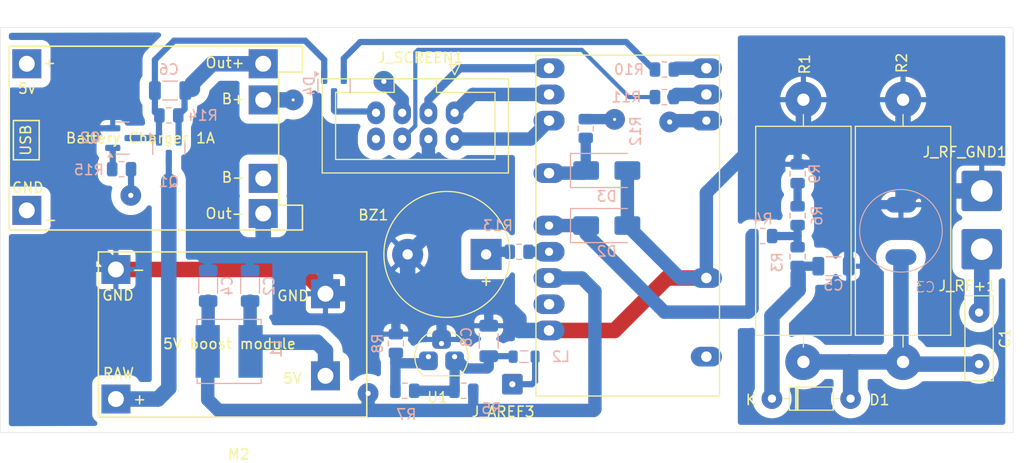
<source format=kicad_pcb>
(kicad_pcb (version 20240108) (generator "pcbnew") (generator_version "8.0")
  (title_block (rev "1"))
  (layers (0 "F.Cu" signal "Front") (1 "In1.Cu" signal) (2 "In2.Cu" signal) (31 "B.Cu" signal "Back") (34 "B.Paste" user) (35 "F.Paste" user) (36 "B.SilkS" user "B.Silkscreen") (37 "F.SilkS" user "F.Silkscreen") (38 "B.Mask" user) (39 "F.Mask" user) (44 "Edge.Cuts" user))
  (net 0 "")
  (net 1 "Net-(D1-A)")
  (net 2 "Net-(M2-V_OUT)")
  (net 3 "GND")
  (net 4 "VCC")
  (net 5 "Net-(D1-K)")
  (net 6 "4.775V")
  (net 7 "ADC")
  (net 8 "BUTTON2")
  (net 9 "clockPin")
  (net 11 "dataPin")
  (net 12 "BUTTON1")
  (net 13 "csPin")
  (net 14 "ARef")
  (net 15 "Net-(R3-Pad2)")
  (net 16 "Net-(R6-Pad1)")
  (net 17 "Net-(U1-REF)")
  (net 18 "Net-(R10-Pad1)")
  (net 19 "Net-(R11-Pad1)")
  (net 21 "Net-(J_RF+1-Pin_1)")
  (net 22 "BAT")
  (net 23 "Net-(D3-K)")
  (net 24 "Net-(M1-BAT-)")
  (net 25 "Net-(BZ1-+)")
  (net 26 "Net-(R13-Pad2)")
  (net 27 "Net-(Q1-G)")
  (net 28 "BAT_PWR")
  (net 29 "Net-(M2-RAW+)")
  (net 30 "PWR_EN")
  (net 31 "Net-(R15-Pad2)")
  (net 32 "BUTTON1_PIN")
  (footprint "Resistor_THT:R_Axial_DIN0922_L20.0mm_D9.0mm_P25.40mm_Horizontal" (layer "F.Cu") (at 184.018 140.52 90)
    (property "Reference" "R2" (at 28.956 -0.127 90) (layer "F.SilkS"))
    (property "Value" "100")
    (fp_line (start 22.82 -4.62) (end 2.58 -4.62) (stroke (width 0.12)) (layer "F.SilkS"))
    (fp_line (start 2.58 -4.62) (end 2.58 4.62) (stroke (width 0.12)) (layer "F.SilkS"))
    (fp_line (start 23.96 0) (end 22.82 0) (stroke (width 0.12)) (layer "F.SilkS"))
    (fp_line (start 1.44 0) (end 2.58 0) (stroke (width 0.12)) (layer "F.SilkS"))
    (fp_line (start 22.82 4.62) (end 22.82 -4.62) (stroke (width 0.12)) (layer "F.SilkS"))
    (fp_line (start 2.58 4.62) (end 22.82 4.62) (stroke (width 0.12)) (layer "F.SilkS"))
    (pad "1" thru_hole circle (at 0 0 90) (size 3.5 3.5) (drill 1.2) (layers "*.Cu" "*.Mask") (net 1 "Net-(D1-A)"))
    (pad "2" thru_hole circle (at 25.4 0 90) (size 3.5 3.5) (drill 1.2) (layers "*.Cu" "*.Mask") (net 3 "GND"))
  )
  (footprint "!my-kicad-library:TP4056-18650" (layer "F.Cu") (at 97.442 109.94)
    (property "Reference" "M1" (hide yes))
    (property "Value" "TP4056_MODULE")
    (fp_line (start 0 0) (end 26.3 0) (stroke (width 0.15)) (layer "F.SilkS"))
    (fp_line (start 0 17.8) (end 0 0) (stroke (width 0.15)) (layer "F.SilkS"))
    (fp_line (start 0.4 7.2) (end 2.9 7.2) (stroke (width 0.15)) (layer "F.SilkS"))
    (fp_line (start 0.4 11) (end 0.4 7.3) (stroke (width 0.15)) (layer "F.SilkS"))
    (fp_line (start 2.9 7.2) (end 2.9 11) (stroke (width 0.15)) (layer "F.SilkS"))
    (fp_line (start 2.9 11) (end 0.4 11) (stroke (width 0.15)) (layer "F.SilkS"))
    (fp_line (start 26.1 2.5) (end 26.1 15.4) (stroke (width 0.15)) (layer "F.SilkS"))
    (fp_line (start 26.1 15.4) (end 26.4 15.4) (stroke (width 0.15)) (layer "F.SilkS"))
    (fp_line (start 26.3 0) (end 28.4 0) (stroke (width 0.15)) (layer "F.SilkS"))
    (fp_line (start 26.3 15.4) (end 28.4 15.4) (stroke (width 0.15)) (layer "F.SilkS"))
    (fp_line (start 28.4 0) (end 28.4 2.5) (stroke (width 0.15)) (layer "F.SilkS"))
    (fp_line (start 28.4 2.5) (end 26.1 2.5) (stroke (width 0.15)) (layer "F.SilkS"))
    (fp_line (start 28.4 15.4) (end 28.4 15.7) (stroke (width 0.15)) (layer "F.SilkS"))
    (fp_line (start 28.4 15.7) (end 28.4 17.8) (stroke (width 0.15)) (layer "F.SilkS"))
    (fp_line (start 28.4 17.8) (end 0 17.8) (stroke (width 0.15)) (layer "F.SilkS"))
    (fp_text user "Out+" (at 20.9 1.6 0) (layer "F.SilkS"))
    (fp_text user "Out-" (at 20.9 16.2 0) (layer "F.SilkS"))
    (fp_text user "GND" (at 1.8 13.7 0) (layer "F.SilkS"))
    (fp_text user "5v" (at 1.7 4.1 0) (layer "F.SilkS"))
    (fp_text user "+" (at 3.9 1.6 0) (layer "F.SilkS"))
    (fp_text user "B-" (at 21.7 12.7 0) (layer "F.SilkS"))
    (fp_text user "USB" (at 1.6 9.1 90) (layer "F.SilkS"))
    (fp_text user "Battery Charger 1A" (at 12.7 8.9 0) (layer "F.SilkS"))
    (fp_text user "B+" (at 21.7 5.1 0) (layer "F.SilkS"))
    (fp_text user "-" (at 4 16.8 0) (layer "F.SilkS"))
    (pad "1" thru_hole rect (at 1.7 1.7) (size 2.8 2.8) (drill 1.54) (layers "*.Cu" "*.Mask"))
    (pad "2" thru_hole rect (at 1.7 15.9) (size 2.8 2.8) (drill 1.54) (layers "*.Cu" "*.Mask"))
    (pad "3" thru_hole rect (at 24.6 1.7) (size 2.8 2.8) (drill 1.54) (layers "*.Cu" "*.Mask") (net 28 "BAT_PWR"))
    (pad "4" thru_hole rect (at 24.6 16.2) (size 2.8 2.8) (drill 1.54) (layers "*.Cu" "*.Mask") (net 3 "GND"))
    (pad "5" thru_hole rect (at 24.6 5.2) (size 2.8 2.8) (drill 1.54) (layers "*.Cu" "*.Mask") (net 22 "BAT"))
    (pad "6" thru_hole rect (at 24.6 12.8) (size 2.8 2.8) (drill 1.54) (layers "*.Cu" "*.Mask") (net 24 "Net-(M1-BAT-)"))
  )
  (footprint "Connector_IDC:IDC-Header_2x04_P2.54mm_Vertical" (layer "F.Cu") (at 140.584 116.39 -90)
    (property "Reference" "J_SCREEN1" (at -5.334 3.302 0) (layer "F.SilkS"))
    (property "Value" "Salvaged FM transmitter screen")
    (fp_line (start -3.29 12.83) (end -3.29 -5.21) (stroke (width 0.12)) (layer "F.SilkS"))
    (fp_line (start 5.83 12.83) (end -3.29 12.83) (stroke (width 0.12)) (layer "F.SilkS"))
    (fp_line (start -1.98 11.53) (end -1.98 5.86) (stroke (width 0.12)) (layer "F.SilkS"))
    (fp_line (start 4.52 11.53) (end -1.98 11.53) (stroke (width 0.12)) (layer "F.SilkS"))
    (fp_line (start -1.98 5.86) (end -3.29 5.86) (stroke (width 0.12)) (layer "F.SilkS"))
    (fp_line (start -1.98 5.86) (end -1.98 5.86) (stroke (width 0.12)) (layer "F.SilkS"))
    (fp_line (start -3.29 1.76) (end -1.98 1.76) (stroke (width 0.12)) (layer "F.SilkS"))
    (fp_line (start -1.98 1.76) (end -1.98 -3.91) (stroke (width 0.12)) (layer "F.SilkS"))
    (fp_line (start -4.68 0.5) (end -3.68 0) (stroke (width 0.12)) (layer "F.SilkS"))
    (fp_line (start -3.68 0) (end -4.68 -0.5) (stroke (width 0.12)) (layer "F.SilkS"))
    (fp_line (start -4.68 -0.5) (end -4.68 0.5) (stroke (width 0.12)) (layer "F.SilkS"))
    (fp_line (start -1.98 -3.91) (end 4.52 -3.91) (stroke (width 0.12)) (layer "F.SilkS"))
    (fp_line (start 4.52 -3.91) (end 4.52 11.53) (stroke (width 0.12)) (layer "F.SilkS"))
    (fp_line (start -3.29 -5.21) (end 5.83 -5.21) (stroke (width 0.12)) (layer "F.SilkS"))
    (fp_line (start 5.83 -5.21) (end 5.83 12.83) (stroke (width 0.12)) (layer "F.SilkS"))
    (pad "1" thru_hole oval (at 0 0 270) (size 2.2 1.7) (drill 0.8) (layers "*.Cu" "*.Mask") (net 13 "csPin"))
    (pad "2" thru_hole oval (at 2.54 0 270) (size 2.2 1.7) (drill 0.8) (layers "*.Cu" "*.Mask") (net 9 "clockPin"))
    (pad "3" thru_hole oval (at 0 2.54 270) (size 2.2 1.7) (drill 0.8) (layers "*.Cu" "*.Mask") (net 11 "dataPin"))
    (pad "4" thru_hole oval (at 2.54 2.54 270) (size 2.2 1.7) (drill 0.8) (layers "*.Cu" "*.Mask") (net 3 "GND"))
    (pad "5" thru_hole oval (at 0 5.08 270) (size 2.2 1.7) (drill 0.8) (layers "*.Cu" "*.Mask") (net 4 "VCC"))
    (pad "6" thru_hole oval (at 2.54 5.08 270) (size 2.2 1.7) (drill 0.8) (layers "*.Cu" "*.Mask") (net 8 "BUTTON2"))
    (pad "7" thru_hole oval (at 0 7.62 270) (size 2.2 1.7) (drill 0.8) (layers "*.Cu" "*.Mask") (net 32 "BUTTON1_PIN"))
    (pad "8" thru_hole oval (at 2.54 7.62 270) (size 2.2 1.7) (drill 0.8) (layers "*.Cu" "*.Mask"))
  )
  (footprint "Package_TO_SOT_THT:TO-92L_HandSolder" (layer "F.Cu") (at 138.044 140.012)
    (property "Reference" "U1" (at 0.889 3.937 0) (layer "F.SilkS"))
    (property "Value" "LM431")
    (fp_line (start -0.53 1.85) (end 3.07 1.85) (stroke (width 0.12)) (layer "F.SilkS"))
    (fp_arc (start -0.541453 1.842156) (mid -1.247298 -0.581475) (end 0.45 -2.45) (stroke (width 0.12)) (layer "F.SilkS"))
    (fp_arc (start 2.05 -2.45) (mid 3.769931 -0.601036) (end 3.078445 1.827684) (stroke (width 0.12)) (layer "F.SilkS"))
    (pad "1" thru_hole roundrect (at 0 0) (size 1.8 1.8) (drill 0.5 (offset 0 0.4)) (layers "*.Cu" "*.Mask") (chamfer_ratio 0.2) (chamfer) (net 17 "Net-(U1-REF)"))
    (pad "2" thru_hole roundrect (at 1.27 -1.27) (size 1.8 1.8) (drill 0.5 (offset 0 -0.4)) (layers "*.Cu" "*.Mask") (chamfer_ratio 0.2) (chamfer) (net 3 "GND"))
    (pad "3" thru_hole roundrect (at 2.54 0) (size 1.8 1.8) (drill 0.5 (offset 0 0.4)) (layers "*.Cu" "*.Mask") (chamfer_ratio 0.2) (chamfer) (net 6 "4.775V"))
  )
  (footprint "Connector_Wire:SolderWire-0.25sqmm_1x01_D0.65mm_OD2mm" (layer "F.Cu") (at 146.172 142.679 -90)
    (property "Reference" "J_AREF3" (at 2.667 0.889 0) (layer "F.SilkS"))
    (property "Value" "Aref")
    (pad "1" thru_hole roundrect (at 0 0 270) (size 2 2) (drill 0.6) (layers "*.Cu" "*.Mask") (roundrect_rratio 0.125) (net 14 "ARef"))
  )
  (footprint "Buzzer_Beeper:Buzzer_12x9.5RM7.6" (layer "F.Cu") (at 143.632 130.106 180)
    (property "Reference" "BZ1" (at 10.922 3.81 0) (layer "F.SilkS"))
    (property "Value" "Buzzer")
    (fp_circle (center 3.8 0) (end 9.9 0) (stroke (width 0.12)) (fill none) (layer "F.SilkS"))
    (fp_text user "+" (at -0.01 -2.54 0) (layer "F.SilkS"))
    (pad "1" thru_hole rect (at 0 0 180) (size 3 3) (drill 1) (layers "*.Cu" "*.Mask") (net 25 "Net-(BZ1-+)"))
    (pad "2" thru_hole circle (at 7.6 0 180) (size 3 3) (drill 1) (layers "*.Cu" "*.Mask") (net 3 "GND"))
  )
  (footprint "Capacitor_THT:C_Disc_D8.0mm_W2.5mm_P5.00mm" (layer "F.Cu") (at 191.384 135.734 -90)
    (property "Reference" "C1" (at 2.5 -2.5 90) (layer "F.SilkS"))
    (property "Value" "47n / 100V")
    (fp_line (start -1.62 1.37) (end 6.62 1.37) (stroke (width 0.12)) (layer "F.SilkS"))
    (fp_line (start -1.62 -1.37) (end -1.62 1.37) (stroke (width 0.12)) (layer "F.SilkS"))
    (fp_line (start -1.62 -1.37) (end 6.62 -1.37) (stroke (width 0.12)) (layer "F.SilkS"))
    (fp_line (start 6.62 -1.37) (end 6.62 1.37) (stroke (width 0.12)) (layer "F.SilkS"))
    (pad "1" thru_hole circle (at 0 0 270) (size 2 2) (drill 0.8) (layers "*.Cu" "*.Mask") (net 21 "Net-(J_RF+1-Pin_1)"))
    (pad "2" thru_hole circle (at 5 0 270) (size 2 2) (drill 0.8) (layers "*.Cu" "*.Mask") (net 1 "Net-(D1-A)"))
  )
  (footprint "Connector_Wire:SolderWire-1.5sqmm_1x01_D1.7mm_OD3.9mm" (layer "F.Cu") (at 191.638 129.598)
    (property "Reference" "J_RF+1" (at -1.397 3.556 0) (layer "F.SilkS"))
    (property "Value" "RF_SIGNAL")
    (pad "1" thru_hole roundrect (at 0 0) (size 3.9 3.9) (drill 2.1) (layers "*.Cu" "*.Mask") (roundrect_rratio 0.064103) (net 21 "Net-(J_RF+1-Pin_1)"))
  )
  (footprint "Diode_THT:D_DO-35_SOD27_P7.62mm_Horizontal" (layer "F.Cu") (at 171.318 144.076)
    (property "Reference" "D1" (at 10.414 0.127 0) (layer "F.SilkS"))
    (property "Value" "1N5711")
    (fp_line (start 1.04 0) (end 1.69 0) (stroke (width 0.12)) (layer "F.SilkS"))
    (fp_line (start 1.69 -1.12) (end 1.69 1.12) (stroke (width 0.12)) (layer "F.SilkS"))
    (fp_line (start 1.69 1.12) (end 5.93 1.12) (stroke (width 0.12)) (layer "F.SilkS"))
    (fp_line (start 2.29 -1.12) (end 2.29 1.12) (stroke (width 0.12)) (layer "F.SilkS"))
    (fp_line (start 2.41 -1.12) (end 2.41 1.12) (stroke (width 0.12)) (layer "F.SilkS"))
    (fp_line (start 2.53 -1.12) (end 2.53 1.12) (stroke (width 0.12)) (layer "F.SilkS"))
    (fp_line (start 5.93 -1.12) (end 1.69 -1.12) (stroke (width 0.12)) (layer "F.SilkS"))
    (fp_line (start 5.93 1.12) (end 5.93 -1.12) (stroke (width 0.12)) (layer "F.SilkS"))
    (fp_line (start 6.58 0) (end 5.93 0) (stroke (width 0.12)) (layer "F.SilkS"))
    (fp_text user "K" (at -2.032 0.127 0) (layer "F.SilkS"))
    (pad "1" thru_hole circle (at 0 0) (size 2 2) (drill 0.8) (layers "*.Cu" "*.Mask") (net 5 "Net-(D1-K)"))
    (pad "2" thru_hole circle (at 7.62 0) (size 2 2) (drill 0.8) (layers "*.Cu" "*.Mask") (net 1 "Net-(D1-A)"))
  )
  (footprint "!my-kicad-library:boost-module" (layer "F.Cu") (at 106.074 129.866)
    (property "Reference" "M2" (at 13.6 19.6 0) (layer "F.SilkS"))
    (property "Value" "BOOST_MODULE")
    (fp_line (start 0 0) (end 0 16) (stroke (width 0.15)) (layer "F.SilkS"))
    (fp_line (start 0 0) (end 26 0) (stroke (width 0.15)) (layer "F.SilkS"))
    (fp_line (start 26 0) (end 26 16) (stroke (width 0.15)) (layer "F.SilkS"))
    (fp_line (start 26 16) (end 0 16) (stroke (width 0.15)) (layer "F.SilkS"))
    (fp_text user "+" (at 4 14.25 0) (layer "F.SilkS"))
    (fp_text user "5V boost module" (at 12.7 8.9 0) (layer "F.SilkS"))
    (fp_text user "-" (at 3.9 1.7 0) (layer "F.SilkS"))
    (fp_text user "5V" (at 18.8 12.25 0) (layer "F.SilkS"))
    (fp_text user "RAW" (at 1.95 11.75 0) (layer "F.SilkS"))
    (fp_text user "GND" (at 18.85 4.25 0) (layer "F.SilkS"))
    (fp_text user "GND" (at 1.9 4.2 0) (layer "F.SilkS"))
    (pad "1" thru_hole rect (at 1.7 1.7) (size 2.8 2.8) (drill 1.54) (layers "*.Cu" "*.Mask") (net 3 "GND"))
    (pad "2" thru_hole rect (at 1.7 14.25) (size 2.8 2.8) (drill 1.54) (layers "*.Cu" "*.Mask") (net 29 "Net-(M2-RAW+)"))
    (pad "3" thru_hole rect (at 22 12) (size 2.8 2.8) (drill 1.54) (layers "*.Cu" "*.Mask") (net 2 "Net-(M2-V_OUT)"))
    (pad "4" thru_hole rect (at 22 4.05) (size 2.8 2.8) (drill 1.54) (layers "*.Cu" "*.Mask") (net 3 "GND"))
  )
  (footprint "Resistor_THT:R_Axial_DIN0922_L20.0mm_D9.0mm_P25.40mm_Horizontal" (layer "F.Cu") (at 174.366 140.52 90)
    (property "Reference" "R1" (at 28.829 0.127 90) (layer "F.SilkS"))
    (property "Value" "100")
    (fp_line (start 22.82 -4.62) (end 2.58 -4.62) (stroke (width 0.12)) (layer "F.SilkS"))
    (fp_line (start 2.58 -4.62) (end 2.58 4.62) (stroke (width 0.12)) (layer "F.SilkS"))
    (fp_line (start 23.96 0) (end 22.82 0) (stroke (width 0.12)) (layer "F.SilkS"))
    (fp_line (start 1.44 0) (end 2.58 0) (stroke (width 0.12)) (layer "F.SilkS"))
    (fp_line (start 22.82 4.62) (end 22.82 -4.62) (stroke (width 0.12)) (layer "F.SilkS"))
    (fp_line (start 2.58 4.62) (end 22.82 4.62) (stroke (width 0.12)) (layer "F.SilkS"))
    (pad "1" thru_hole circle (at 0 0 90) (size 3.5 3.5) (drill 1.2) (layers "*.Cu" "*.Mask") (net 1 "Net-(D1-A)"))
    (pad "2" thru_hole circle (at 25.4 0 90) (size 3.5 3.5) (drill 1.2) (layers "*.Cu" "*.Mask") (net 3 "GND"))
  )
  (footprint "Connector_Wire:SolderWire-1.5sqmm_1x01_D1.7mm_OD3.9mm" (layer "F.Cu") (at 191.638 123.9592)
    (property "Reference" "J_RF_GND1" (at -1.651 -3.7592 0) (layer "F.SilkS"))
    (property "Value" "RF_-")
    (pad "1" thru_hole roundrect (at 0 0) (size 3.9 3.9) (drill 2.1) (layers "*.Cu" "*.Mask") (roundrect_rratio 0.064103) (net 3 "GND"))
  )
  (footprint "!my-kicad-library:ARDUINO_PRO_MINI_NO_A5" (layer "F.Cu") (at 157.348 127.312 180)
    (property "Reference" "U2" (hide yes))
    (property "Value" "Arduino_pro_mini")
    (fp_line (start 8.89 16.51) (end 8.89 -16.51) (stroke (width 0.127)) (layer "F.SilkS"))
    (fp_line (start 8.89 -16.51) (end -8.89 -16.51) (stroke (width 0.127)) (layer "F.SilkS"))
    (fp_line (start -8.89 16.51) (end 8.89 16.51) (stroke (width 0.127)) (layer "F.SilkS"))
    (fp_line (start -8.89 -16.51) (end -8.89 16.51) (stroke (width 0.127)) (layer "F.SilkS"))
    (pad "7" thru_hole oval (at -7.62 10.16 180) (size 3 1.9) (drill 0.8) (layers "*.Cu" "*.Mask") (net 31 "Net-(R15-Pad2)"))
    (pad "8" thru_hole oval (at -7.62 12.7 180) (size 3 1.9) (drill 1.016) (layers "*.Cu" "*.Mask") (net 19 "Net-(R11-Pad1)"))
    (pad "9" thru_hole oval (at -7.62 15.24 180) (size 3 1.9) (drill 1.016) (layers "*.Cu" "*.Mask") (net 18 "Net-(R10-Pad1)"))
    (pad "10" thru_hole oval (at 7.62 15.24 180) (size 3 1.9) (drill 1.016) (layers "*.Cu" "*.Mask") (net 11 "dataPin"))
    (pad "11" thru_hole oval (at 7.62 12.7 180) (size 3 1.9) (drill 1.016) (layers "*.Cu" "*.Mask") (net 13 "csPin"))
    (pad "12" thru_hole oval (at 7.62 10.16 180) (size 3 1.9) (drill 1.016) (layers "*.Cu" "*.Mask") (net 9 "clockPin"))
    (pad "A0" thru_hole oval (at 7.62 5.08 180) (size 3 1.9) (drill 1.016) (layers "*.Cu" "*.Mask") (net 23 "Net-(D3-K)"))
    (pad "A2" thru_hole oval (at 7.62 0 180) (size 3 1.9) (drill 0.8) (layers "*.Cu" "*.Mask") (net 7 "ADC"))
    (pad "A3" thru_hole oval (at 7.62 -2.54 180) (size 3 1.9) (drill 0.8) (layers "*.Cu" "*.Mask") (net 26 "Net-(R13-Pad2)"))
    (pad "GND" thru_hole oval (at -7.62 -5.08 180) (size 3 1.9) (drill 1.016) (layers "*.Cu" "*.Mask") (net 3 "GND"))
    (pad "GND" thru_hole oval (at 7.62 -10.16 180) (size 3 1.9) (drill 1.016) (layers "*.Cu" "*.Mask") (net 3 "GND"))
    (pad "RST" thru_hole oval (at 7.62 -7.62 180) (size 3 1.9) (drill 1.016) (layers "*.Cu" "*.Mask"))
    (pad "TXO" thru_hole oval (at -7.62 -12.7 180) (size 3 1.9) (drill 1.016) (layers "*.Cu" "*.Mask"))
    (pad "VCC" thru_hole oval (at 7.62 -5.08 180) (size 3 1.9) (drill 1.016) (layers "*.Cu" "*.Mask") (net 4 "VCC"))
  )
  (footprint "Resistor_SMD:R_0805_2012Metric" (layer "B.Cu") (at 160.904 114.866 180)
    (property "Reference" "R11" (at 3.683 0 0) (layer "B.SilkS") (effects (justify mirror)))
    (property "Value" "10k")
    (fp_line (start 0.227064 0.735) (end -0.227064 0.735) (stroke (width 0.12)) (layer "B.SilkS"))
    (fp_line (start 0.227064 -0.735) (end -0.227064 -0.735) (stroke (width 0.12)) (layer "B.SilkS"))
    (pad "1" smd roundrect (at -0.9125 0 180) (size 1.025 1.4) (layers "B.Cu" "B.Paste" "B.Mask") (roundrect_rratio 0.243902) (net 19 "Net-(R11-Pad1)"))
    (pad "2" smd roundrect (at 0.9125 0 180) (size 1.025 1.4) (layers "B.Cu" "B.Paste" "B.Mask") (roundrect_rratio 0.243902) (net 8 "BUTTON2"))
  )
  (footprint "Resistor_SMD:R_0805_2012Metric" (layer "B.Cu") (at 173.8045 130.3145 90)
    (property "Reference" "R3" (at -0.5535 -1.9785 90) (layer "B.SilkS") (effects (justify mirror)))
    (property "Value" "11k")
    (fp_line (start 0.227064 -0.735) (end -0.227064 -0.735) (stroke (width 0.12)) (layer "B.SilkS"))
    (fp_line (start 0.227064 0.735) (end -0.227064 0.735) (stroke (width 0.12)) (layer "B.SilkS"))
    (pad "1" smd roundrect (at -0.9125 0 90) (size 1.025 1.4) (layers "B.Cu" "B.Paste" "B.Mask") (roundrect_rratio 0.243902) (net 5 "Net-(D1-K)"))
    (pad "2" smd roundrect (at 0.9125 0 90) (size 1.025 1.4) (layers "B.Cu" "B.Paste" "B.Mask") (roundrect_rratio 0.243902) (net 15 "Net-(R3-Pad2)"))
  )
  (footprint "Capacitor_SMD:C_1206_3216Metric" (layer "B.Cu") (at 113.025 114.231)
    (property "Reference" "C6" (at -0.127 -2.032 0) (layer "B.SilkS") (effects (justify mirror)))
    (property "Value" "100n")
    (fp_line (start 0.711252 -0.91) (end -0.711252 -0.91) (stroke (width 0.12)) (layer "B.SilkS"))
    (fp_line (start 0.711252 0.91) (end -0.711252 0.91) (stroke (width 0.12)) (layer "B.SilkS"))
    (pad "1" smd roundrect (at -1.475 0) (size 1.15 1.8) (layers "B.Cu" "B.Paste" "B.Mask") (roundrect_rratio 0.217391) (net 27 "Net-(Q1-G)"))
    (pad "2" smd roundrect (at 1.475 0) (size 1.15 1.8) (layers "B.Cu" "B.Paste" "B.Mask") (roundrect_rratio 0.217391) (net 28 "BAT_PWR"))
  )
  (footprint "Capacitor_SMD:C_1206_3216Metric" (layer "B.Cu") (at 116.708 133.154 90)
    (property "Reference" "C4" (at 0 1.85 90) (layer "B.SilkS") (effects (justify mirror)))
    (property "Value" "100u / 6.3V")
    (fp_line (start 0.711252 -0.91) (end -0.711252 -0.91) (stroke (width 0.12)) (layer "B.SilkS"))
    (fp_line (start 0.711252 0.91) (end -0.711252 0.91) (stroke (width 0.12)) (layer "B.SilkS"))
    (pad "1" smd roundrect (at -1.475 0 90) (size 1.15 1.8) (layers "B.Cu" "B.Paste" "B.Mask") (roundrect_rratio 0.217391) (net 4 "VCC"))
    (pad "2" smd roundrect (at 1.475 0 90) (size 1.15 1.8) (layers "B.Cu" "B.Paste" "B.Mask") (roundrect_rratio 0.217391) (net 3 "GND"))
  )
  (footprint "Resistor_SMD:R_0805_2012Metric" (layer "B.Cu") (at 108.326 121.851)
    (property "Reference" "R15" (at -3.17 0.069 0) (layer "B.SilkS") (effects (justify mirror)))
    (property "Value" "10k")
    (fp_line (start 0.227064 -0.735) (end -0.227064 -0.735) (stroke (width 0.12)) (layer "B.SilkS"))
    (fp_line (start 0.227064 0.735) (end -0.227064 0.735) (stroke (width 0.12)) (layer "B.SilkS"))
    (pad "1" smd roundrect (at -0.9125 0) (size 1.025 1.4) (layers "B.Cu" "B.Paste" "B.Mask") (roundrect_rratio 0.243902) (net 30 "PWR_EN"))
    (pad "2" smd roundrect (at 0.9125 0) (size 1.025 1.4) (layers "B.Cu" "B.Paste" "B.Mask") (roundrect_rratio 0.243902) (net 31 "Net-(R15-Pad2)"))
  )
  (footprint "Capacitor_SMD:C_1206_3216Metric" (layer "B.Cu") (at 143.886 138.488 90)
    (property "Reference" "C8" (at 0.381 -2.159 90) (layer "B.SilkS") (effects (justify mirror)))
    (property "Value" "1n")
    (fp_line (start 0.711252 -0.91) (end -0.711252 -0.91) (stroke (width 0.12)) (layer "B.SilkS"))
    (fp_line (start 0.711252 0.91) (end -0.711252 0.91) (stroke (width 0.12)) (layer "B.SilkS"))
    (pad "1" smd roundrect (at -1.475 0 90) (size 1.15 1.8) (layers "B.Cu" "B.Paste" "B.Mask") (roundrect_rratio 0.217391) (net 6 "4.775V"))
    (pad "2" smd roundrect (at 1.475 0 90) (size 1.15 1.8) (layers "B.Cu" "B.Paste" "B.Mask") (roundrect_rratio 0.217391) (net 3 "GND"))
  )
  (footprint "!my-kicad-library:trimmer-capacitor-JML06" (layer "B.Cu") (at 183.814 127.37 90)
    (property "Reference" "C3" (at -5.911 2.363 0) (layer "B.SilkS") (effects (font (thickness 0.1)) (justify mirror)))
    (property "Value" "50p")
    (fp_circle (center -0.45 0) (end 3.55 0) (stroke (width 0.1)) (fill none) (layer "B.SilkS"))
    (pad "1" smd oval (at -3 0 90) (size 1.524 3) (layers "B.Cu" "B.Paste" "B.Mask") (net 1 "Net-(D1-A)"))
    (pad "2" smd oval (at 2.08 0 90) (size 1.524 3) (layers "B.Cu" "B.Paste" "B.Mask") (net 3 "GND"))
  )
  (footprint "Resistor_SMD:R_0805_2012Metric" (layer "B.Cu") (at 160.904 112.199 180)
    (property "Reference" "R10" (at 3.429 0 0) (layer "B.SilkS") (effects (justify mirror)))
    (property "Value" "10k")
    (fp_line (start 0.227064 0.735) (end -0.227064 0.735) (stroke (width 0.12)) (layer "B.SilkS"))
    (fp_line (start 0.227064 -0.735) (end -0.227064 -0.735) (stroke (width 0.12)) (layer "B.SilkS"))
    (pad "1" smd roundrect (at -0.9125 0 180) (size 1.025 1.4) (layers "B.Cu" "B.Paste" "B.Mask") (roundrect_rratio 0.243902) (net 18 "Net-(R10-Pad1)"))
    (pad "2" smd roundrect (at 0.9125 0 180) (size 1.025 1.4) (layers "B.Cu" "B.Paste" "B.Mask") (roundrect_rratio 0.243902) (net 12 "BUTTON1"))
  )
  (footprint "Diode_SMD:D_SMA" (layer "B.Cu") (at 155.316 127.312)
    (property "Reference" "D2" (at 0 2.5 0) (layer "B.SilkS") (effects (justify mirror)))
    (property "Value" "SMAJ5.0A")
    (fp_line (start -3.51 -1.65) (end -3.51 1.65) (stroke (width 0.12)) (layer "B.SilkS"))
    (fp_line (start 2 -1.65) (end -3.51 -1.65) (stroke (width 0.12)) (layer "B.SilkS"))
    (fp_line (start 2 1.65) (end -3.51 1.65) (stroke (width 0.12)) (layer "B.SilkS"))
    (pad "1" smd roundrect (at -2 0) (size 2.5 1.8) (layers "B.Cu" "B.Paste" "B.Mask") (roundrect_rratio 0.1388888889) (net 7 "ADC"))
    (pad "2" smd roundrect (at 2 0) (size 2.5 1.8) (layers "B.Cu" "B.Paste" "B.Mask") (roundrect_rratio 0.1388888889) (net 3 "GND"))
  )
  (footprint "Package_TO_SOT_SMD:SOT-23" (layer "B.Cu") (at 112.898 119.7705 -90)
    (property "Reference" "Q1" (at 3.2925 -0.005 0) (layer "B.SilkS") (effects (justify mirror)))
    (property "Value" "AO3407")
    (fp_line (start -0.65 1.56) (end 0 1.56) (stroke (width 0.12)) (layer "B.SilkS"))
    (fp_line (start 0.65 1.56) (end 0 1.56) (stroke (width 0.12)) (layer "B.SilkS"))
    (fp_line (start -0.65 -1.56) (end 0 -1.56) (stroke (width 0.12)) (layer "B.SilkS"))
    (fp_line (start 0.65 -1.56) (end 0 -1.56) (stroke (width 0.12)) (layer "B.SilkS"))
    (fp_poly (pts (xy -1.1625 1.51) (xy -1.4025 1.84) (xy -0.9225 1.84) (xy -1.1625 1.51)) (stroke (width 0.12)) (fill solid) (layer "B.SilkS"))
    (pad "1" smd roundrect (at -0.9375 0.95 270) (size 1.475 0.6) (layers "B.Cu" "B.Paste" "B.Mask") (net 27 "Net-(Q1-G)"))
    (pad "2" smd roundrect (at -0.9375 -0.95 270) (size 1.475 0.6) (layers "B.Cu" "B.Paste" "B.Mask") (net 28 "BAT_PWR"))
    (pad "3" smd roundrect (at 0.9375 0 270) (size 1.475 0.6) (layers "B.Cu" "B.Paste" "B.Mask") (net 29 "Net-(M2-RAW+)"))
  )
  (footprint "Resistor_SMD:R_0805_2012Metric" (layer "B.Cu") (at 112.898 116.644)
    (property "Reference" "R14" (at 3.302 0 0) (layer "B.SilkS") (effects (justify mirror)))
    (property "Value" "100k")
    (fp_line (start 0.227064 -0.735) (end -0.227064 -0.735) (stroke (width 0.12)) (layer "B.SilkS"))
    (fp_line (start 0.227064 0.735) (end -0.227064 0.735) (stroke (width 0.12)) (layer "B.SilkS"))
    (pad "1" smd roundrect (at -0.9125 0) (size 1.025 1.4) (layers "B.Cu" "B.Paste" "B.Mask") (roundrect_rratio 0.243902) (net 27 "Net-(Q1-G)"))
    (pad "2" smd roundrect (at 0.9125 0) (size 1.025 1.4) (layers "B.Cu" "B.Paste" "B.Mask") (roundrect_rratio 0.243902) (net 28 "BAT_PWR"))
  )
  (footprint "Resistor_SMD:R_0805_2012Metric" (layer "B.Cu") (at 173.8045 126.354 -90)
    (property "Reference" "R6" (at 0 -1.8815 90) (layer "B.SilkS") (effects (justify mirror)))
    (property "Value" "1.5k")
    (fp_line (start 0.227064 0.735) (end -0.227064 0.735) (stroke (width 0.12)) (layer "B.SilkS"))
    (fp_line (start 0.227064 -0.735) (end -0.227064 -0.735) (stroke (width 0.12)) (layer "B.SilkS"))
    (pad "1" smd roundrect (at -0.9125 0 270) (size 1.025 1.4) (layers "B.Cu" "B.Paste" "B.Mask") (roundrect_rratio 0.243902) (net 16 "Net-(R6-Pad1)"))
    (pad "2" smd roundrect (at 0.9125 0 270) (size 1.025 1.4) (layers "B.Cu" "B.Paste" "B.Mask") (roundrect_rratio 0.243902) (net 15 "Net-(R3-Pad2)"))
  )
  (footprint "Resistor_SMD:R_0805_2012Metric" (layer "B.Cu") (at 146.8305 129.852)
    (property "Reference" "R13" (at -2.0555 -2.54 0) (layer "B.SilkS") (effects (justify mirror)))
    (property "Value" "100")
    (fp_line (start 0.227064 -0.735) (end -0.227064 -0.735) (stroke (width 0.12)) (layer "B.SilkS"))
    (fp_line (start 0.227064 0.735) (end -0.227064 0.735) (stroke (width 0.12)) (layer "B.SilkS"))
    (pad "1" smd roundrect (at -0.9125 0) (size 1.025 1.4) (layers "B.Cu" "B.Paste" "B.Mask") (roundrect_rratio 0.243902) (net 25 "Net-(BZ1-+)"))
    (pad "2" smd roundrect (at 0.9125 0) (size 1.025 1.4) (layers "B.Cu" "B.Paste" "B.Mask") (roundrect_rratio 0.243902) (net 26 "Net-(R13-Pad2)"))
  )
  (footprint "Capacitor_SMD:C_1206_3216Metric" (layer "B.Cu") (at 177.287 131.249)
    (property "Reference" "C5" (at 0 1.85 0) (layer "B.SilkS") (effects (justify mirror)))
    (property "Value" "10n")
    (fp_line (start 0.711252 -0.91) (end -0.711252 -0.91) (stroke (width 0.12)) (layer "B.SilkS"))
    (fp_line (start 0.711252 0.91) (end -0.711252 0.91) (stroke (width 0.12)) (layer "B.SilkS"))
    (pad "1" smd roundrect (at -1.475 0) (size 1.15 1.8) (layers "B.Cu" "B.Paste" "B.Mask") (roundrect_rratio 0.217391) (net 5 "Net-(D1-K)"))
    (pad "2" smd roundrect (at 1.475 0) (size 1.15 1.8) (layers "B.Cu" "B.Paste" "B.Mask") (roundrect_rratio 0.217391) (net 3 "GND"))
  )
  (footprint "Package_TO_SOT_SMD:SOT-23" (layer "B.Cu") (at 108.4045 118.839338)
    (property "Reference" "Q2" (at -3.1265 -0.036338 0) (layer "B.SilkS") (effects (justify mirror)))
    (property "Value" "2N3904")
    (fp_line (start -0.65 -1.56) (end 0 -1.56) (stroke (width 0.12)) (layer "B.SilkS"))
    (fp_line (start -0.65 1.56) (end 0 1.56) (stroke (width 0.12)) (layer "B.SilkS"))
    (fp_line (start 0.65 -1.56) (end 0 -1.56) (stroke (width 0.12)) (layer "B.SilkS"))
    (fp_line (start 0.65 1.56) (end 0 1.56) (stroke (width 0.12)) (layer "B.SilkS"))
    (fp_poly (pts (xy -1.1625 1.51) (xy -1.4025 1.84) (xy -0.9225 1.84) (xy -1.1625 1.51)) (stroke (width 0.12)) (fill solid) (layer "B.SilkS"))
    (pad "1" smd roundrect (at -0.9375 0.95) (size 1.475 0.6) (layers "B.Cu" "B.Paste" "B.Mask") (net 30 "PWR_EN"))
    (pad "2" smd roundrect (at -0.9375 -0.95) (size 1.475 0.6) (layers "B.Cu" "B.Paste" "B.Mask") (net 3 "GND"))
    (pad "3" smd roundrect (at 0.9375 0) (size 1.475 0.6) (layers "B.Cu" "B.Paste" "B.Mask") (net 27 "Net-(Q1-G)"))
  )
  (footprint "Resistor_SMD:R_0805_2012Metric" (layer "B.Cu") (at 153.284 117.914 -90)
    (property "Reference" "R12" (at 0.254 -4.826 90) (layer "B.SilkS") (effects (justify mirror)))
    (property "Value" "10k")
    (fp_line (start 0.227064 0.735) (end -0.227064 0.735) (stroke (width 0.12)) (layer "B.SilkS"))
    (fp_line (start 0.227064 -0.735) (end -0.227064 -0.735) (stroke (width 0.12)) (layer "B.SilkS"))
    (pad "1" smd roundrect (at -0.9125 0 270) (size 1.025 1.4) (layers "B.Cu" "B.Paste" "B.Mask") (roundrect_rratio 0.243902) (net 22 "BAT"))
    (pad "2" smd roundrect (at 0.9125 0 270) (size 1.025 1.4) (layers "B.Cu" "B.Paste" "B.Mask") (roundrect_rratio 0.243902) (net 23 "Net-(D3-K)"))
  )
  (footprint "Package_TO_SOT_SMD:SOT-23" (layer "B.Cu") (at 128.9 113.8015 -90)
    (property "Reference" "D4" (at 0 2.4 90) (layer "B.SilkS") (effects (justify mirror)))
    (property "Value" "BAT54C")
    (fp_line (start -0.65 1.56) (end 0 1.56) (stroke (width 0.12)) (layer "B.SilkS"))
    (fp_line (start 0.65 1.56) (end 0 1.56) (stroke (width 0.12)) (layer "B.SilkS"))
    (fp_line (start -0.65 -1.56) (end 0 -1.56) (stroke (width 0.12)) (layer "B.SilkS"))
    (fp_line (start 0.65 -1.56) (end 0 -1.56) (stroke (width 0.12)) (layer "B.SilkS"))
    (fp_poly (pts (xy -1.1625 1.51) (xy -1.4025 1.84) (xy -0.9225 1.84) (xy -1.1625 1.51)) (stroke (width 0.12)) (fill solid) (layer "B.SilkS"))
    (pad "1" smd roundrect (at -0.9375 0.95 270) (size 1.475 0.6) (layers "B.Cu" "B.Paste" "B.Mask") (net 27 "Net-(Q1-G)"))
    (pad "2" smd roundrect (at -0.9375 -0.95 270) (size 1.475 0.6) (layers "B.Cu" "B.Paste" "B.Mask") (net 12 "BUTTON1"))
    (pad "3" smd roundrect (at 0.9375 0 270) (size 1.475 0.6) (layers "B.Cu" "B.Paste" "B.Mask") (net 32 "BUTTON1_PIN"))
  )
  (footprint "Inductor_SMD:L_0805_2012Metric" (layer "B.Cu") (at 147.315 140.012)
    (property "Reference" "L2" (at 3.556 0 0) (layer "B.SilkS") (effects (justify mirror)))
    (property "Value" "10u")
    (fp_line (start 0.399622 -0.56) (end -0.399622 -0.56) (stroke (width 0.12)) (layer "B.SilkS"))
    (fp_line (start 0.399622 0.56) (end -0.399622 0.56) (stroke (width 0.12)) (layer "B.SilkS"))
    (pad "1" smd roundrect (at -1.0625 0) (size 0.875 1.2) (layers "B.Cu" "B.Paste" "B.Mask") (net 6 "4.775V"))
    (pad "2" smd roundrect (at 1.0625 0) (size 0.875 1.2) (layers "B.Cu" "B.Paste" "B.Mask") (net 14 "ARef"))
  )
  (footprint "Resistor_SMD:R_0805_2012Metric" (layer "B.Cu") (at 173.8045 122.29 90)
    (property "Reference" "R9" (at 0 1.65 90) (layer "B.SilkS") (effects (justify mirror)))
    (property "Value" "1k")
    (fp_line (start 0.227064 -0.735) (end -0.227064 -0.735) (stroke (width 0.12)) (layer "B.SilkS"))
    (fp_line (start 0.227064 0.735) (end -0.227064 0.735) (stroke (width 0.12)) (layer "B.SilkS"))
    (pad "1" smd roundrect (at -0.9125 0 90) (size 1.025 1.4) (layers "B.Cu" "B.Paste" "B.Mask") (roundrect_rratio 0.243902) (net 16 "Net-(R6-Pad1)"))
    (pad "2" smd roundrect (at 0.9125 0 90) (size 1.025 1.4) (layers "B.Cu" "B.Paste" "B.Mask") (roundrect_rratio 0.243902) (net 3 "GND"))
  )
  (footprint "Capacitor_SMD:C_1206_3216Metric" (layer "B.Cu") (at 120.772 133.154 90)
    (property "Reference" "C2" (at 0 1.85 90) (layer "B.SilkS") (effects (justify mirror)))
    (property "Value" "100u / 6.3V")
    (fp_line (start 0.711252 -0.91) (end -0.711252 -0.91) (stroke (width 0.12)) (layer "B.SilkS"))
    (fp_line (start 0.711252 0.91) (end -0.711252 0.91) (stroke (width 0.12)) (layer "B.SilkS"))
    (pad "1" smd roundrect (at -1.475 0 90) (size 1.15 1.8) (layers "B.Cu" "B.Paste" "B.Mask") (roundrect_rratio 0.217391) (net 2 "Net-(M2-V_OUT)"))
    (pad "2" smd roundrect (at 1.475 0 90) (size 1.15 1.8) (layers "B.Cu" "B.Paste" "B.Mask") (roundrect_rratio 0.217391) (net 3 "GND"))
  )
  (footprint "Inductor_SMD:L_Bourns_SRN6045TA" (layer "B.Cu") (at 118.74 139.504 180)
    (property "Reference" "L1" (at -4.572 0.254 90) (layer "B.SilkS") (effects (justify mirror)))
    (property "Value" "250u")
    (fp_line (start 3.1 3.1) (end -3.1 3.1) (stroke (width 0.12)) (layer "B.SilkS"))
    (fp_line (start 3.1 2.65) (end 3.1 3.1) (stroke (width 0.12)) (layer "B.SilkS"))
    (fp_line (start 3.1 -2.65) (end 3.1 -3.1) (stroke (width 0.12)) (layer "B.SilkS"))
    (fp_line (start -3.1 2.65) (end -3.1 3.1) (stroke (width 0.12)) (layer "B.SilkS"))
    (fp_line (start -3.1 -2.65) (end -3.1 -3.1) (stroke (width 0.12)) (layer "B.SilkS"))
    (fp_line (start -3.1 -3.1) (end 3.1 -3.1) (stroke (width 0.12)) (layer "B.SilkS"))
    (pad "1" smd rect (at -2.075 0 180) (size 2.35 5.1) (layers "B.Cu" "B.Paste" "B.Mask") (net 2 "Net-(M2-V_OUT)"))
    (pad "2" smd rect (at 2.075 0 180) (size 2.35 5.1) (layers "B.Cu" "B.Paste" "B.Mask") (net 4 "VCC"))
  )
  (footprint "Diode_SMD:D_SMA" (layer "B.Cu") (at 155.316 121.978)
    (property "Reference" "D3" (at 0 2.5 0) (layer "B.SilkS") (effects (justify mirror)))
    (property "Value" "SMAJ5.0A")
    (fp_line (start -3.51 -1.65) (end -3.51 1.65) (stroke (width 0.12)) (layer "B.SilkS"))
    (fp_line (start 2 -1.65) (end -3.51 -1.65) (stroke (width 0.12)) (layer "B.SilkS"))
    (fp_line (start 2 1.65) (end -3.51 1.65) (stroke (width 0.12)) (layer "B.SilkS"))
    (pad "1" smd roundrect (at -2 0) (size 2.5 1.8) (layers "B.Cu" "B.Paste" "B.Mask") (roundrect_rratio 0.1388888889) (net 23 "Net-(D3-K)"))
    (pad "2" smd roundrect (at 2 0) (size 2.5 1.8) (layers "B.Cu" "B.Paste" "B.Mask") (roundrect_rratio 0.1388888889) (net 3 "GND"))
  )
  (footprint "Resistor_SMD:R_0805_2012Metric" (layer "B.Cu") (at 170.429 128.328 180)
    (property "Reference" "R4" (at 0 1.65 0) (layer "B.SilkS") (effects (justify mirror)))
    (property "Value" "10k")
    (fp_line (start 0.227064 0.735) (end -0.227064 0.735) (stroke (width 0.12)) (layer "B.SilkS"))
    (fp_line (start 0.227064 -0.735) (end -0.227064 -0.735) (stroke (width 0.12)) (layer "B.SilkS"))
    (pad "1" smd roundrect (at -0.9125 0 180) (size 1.025 1.4) (layers "B.Cu" "B.Paste" "B.Mask") (roundrect_rratio 0.243902) (net 15 "Net-(R3-Pad2)"))
    (pad "2" smd roundrect (at 0.9125 0 180) (size 1.025 1.4) (layers "B.Cu" "B.Paste" "B.Mask") (roundrect_rratio 0.243902) (net 7 "ADC"))
  )
  (footprint "Resistor_SMD:R_0805_2012Metric" (layer "B.Cu") (at 134.8925 138.742 90)
    (property "Reference" "R8" (at 0 -1.778 90) (layer "B.SilkS") (effects (justify mirror)))
    (property "Value" "10k")
    (fp_line (start 0.227064 -0.735) (end -0.227064 -0.735) (stroke (width 0.12)) (layer "B.SilkS"))
    (fp_line (start 0.227064 0.735) (end -0.227064 0.735) (stroke (width 0.12)) (layer "B.SilkS"))
    (pad "1" smd roundrect (at -0.9125 0 90) (size 1.025 1.4) (layers "B.Cu" "B.Paste" "B.Mask") (roundrect_rratio 0.243902) (net 17 "Net-(U1-REF)"))
    (pad "2" smd roundrect (at 0.9125 0 90) (size 1.025 1.4) (layers "B.Cu" "B.Paste" "B.Mask") (roundrect_rratio 0.243902) (net 3 "GND"))
  )
  (footprint "Resistor_SMD:R_0805_2012Metric" (layer "B.Cu") (at 135.758 143.314 180)
    (property "Reference" "R7" (at -0.1505 -2.286 0) (layer "B.SilkS") (effects (justify mirror)))
    (property "Value" "9.1k")
    (fp_line (start 0.227064 0.735) (end -0.227064 0.735) (stroke (width 0.12)) (layer "B.SilkS"))
    (fp_line (start 0.227064 -0.735) (end -0.227064 -0.735) (stroke (width 0.12)) (layer "B.SilkS"))
    (pad "1" smd roundrect (at -0.9125 0 180) (size 1.025 1.4) (layers "B.Cu" "B.Paste" "B.Mask") (roundrect_rratio 0.243902) (net 6 "4.775V"))
    (pad "2" smd roundrect (at 0.9125 0 180) (size 1.025 1.4) (layers "B.Cu" "B.Paste" "B.Mask") (roundrect_rratio 0.243902) (net 17 "Net-(U1-REF)"))
  )
  (footprint "Resistor_SMD:R_0805_2012Metric" (layer "B.Cu") (at 141.473 143.314)
    (property "Reference" "R5" (at 2.672 1.72 0) (layer "B.SilkS") (effects (justify mirror)))
    (property "Value" "100")
    (fp_line (start 0.227064 -0.735) (end -0.227064 -0.735) (stroke (width 0.12)) (layer "B.SilkS"))
    (fp_line (start 0.227064 0.735) (end -0.227064 0.735) (stroke (width 0.12)) (layer "B.SilkS"))
    (pad "1" smd roundrect (at -0.9125 0) (size 1.025 1.4) (layers "B.Cu" "B.Paste" "B.Mask") (roundrect_rratio 0.243902) (net 6 "4.775V"))
    (pad "2" smd roundrect (at 0.9125 0) (size 1.025 1.4) (layers "B.Cu" "B.Paste" "B.Mask") (roundrect_rratio 0.243902) (net 4 "VCC"))
  )
  (gr_rect (start 96.566 108.135) (end 194.686 147.378) (stroke (width 0.0381)) (fill none) (layer "Edge.Cuts"))
  (segment (start 178.811 140.52) (end 184.018 140.52) (width 1.5) (layer "B.Cu") (net 1))
  (segment (start 178.938 144.076) (end 178.938 140.647) (width 1.5) (layer "B.Cu") (net 1))
  (segment (start 174.366 140.52) (end 178.811 140.52) (width 1.5) (layer "B.Cu") (net 1))
  (segment (start 183.814 130.37) (end 183.814 140.316) (width 1.5) (layer "B.Cu") (net 1))
  (segment (start 191.384 140.734) (end 184.232 140.734) (width 1.5) (layer "B.Cu") (net 1))
  (segment (start 178.938 140.647) (end 178.811 140.52) (width 1.5) (layer "B.Cu") (net 1))
  (segment (start 128.074 139.44) (end 127.249 138.615) (width 1.5) (layer "B.Cu") (net 2))
  (segment (start 127.249 138.615) (end 121.704 138.615) (width 1.5) (layer "B.Cu") (net 2))
  (segment (start 128.074 141.866) (end 128.074 139.44) (width 1.5) (layer "B.Cu") (net 2))
  (segment (start 120.772 134.629) (end 120.772 139.461) (width 1.3) (layer "B.Cu") (net 2))
  (segment (start 121.704 138.615) (end 120.815 139.504) (width 1.5) (layer "B.Cu") (net 2))
  (segment (start 161.158 132.392) (end 164.968 132.392) (width 1.5) (layer "F.Cu") (net 3))
  (segment (start 107.774 131.566) (end 125.724 131.566) (width 1.5) (layer "F.Cu") (net 3))
  (segment (start 156.078 137.472) (end 161.158 132.392) (width 1.5) (layer "F.Cu") (net 3))
  (segment (start 149.728 137.472) (end 156.078 137.472) (width 1.5) (layer "F.Cu") (net 3))
  (segment (start 125.724 131.566) (end 128.074 133.916) (width 1.5) (layer "F.Cu") (net 3))
  (segment (start 120.772 130.36) (end 120.899 130.233) (width 0.8) (layer "B.Cu") (net 3))
  (segment (start 164.968 124.137) (end 164.968 132.392) (width 1.3) (layer "B.Cu") (net 3))
  (segment (start 174.366 115.12) (end 174.366 119.2575) (width 1.5) (layer "B.Cu") (net 3))
  (segment (start 116.708 130.614) (end 116.327 130.233) (width 0.8) (layer "B.Cu") (net 3))
  (segment (start 146.807 136.329) (end 146.807 137.472) (width 1.5) (layer "B.Cu") (net 3))
  (segment (start 136.032 133.916) (end 136.032 130.106) (width 1.5) (layer "B.Cu") (net 3))
  (segment (start 162.396 132.392) (end 157.316 127.312) (width 1.3) (layer "B.Cu") (net 3))
  (segment (start 185.1448 123.9592) (end 183.814 125.29) (width 1.5) (layer "B.Cu") (net 3))
  (segment (start 138.044 128.094) (end 136.032 130.106) (width 1.3) (layer "B.Cu") (net 3))
  (segment (start 107.774 131.566) (end 105.151 128.943) (width 1.5) (layer "B.Cu") (net 3))
  (segment (start 178.762 131.249) (end 178.762 126.472) (width 0.9) (layer "B.Cu") (net 3))
  (segment (start 139.314 134.043) (end 139.314 138.742) (width 1) (layer "B.Cu") (net 3))
  (segment (start 105.151 128.943) (end 105.151 117.914) (width 1.5) (layer "B.Cu") (net 3))
  (segment (start 121.661 130.233) (end 120.899 130.233) (width 1.5) (layer "B.Cu") (net 3))
  (segment (start 177.972 121.323) (end 183.784 121.323) (width 0.8) (layer "B.Cu") (net 3))
  (segment (start 105.175662 117.889338) (end 105.151 117.914) (width 0.6) (layer "B.Cu") (net 3))
  (segment (start 177.972 121.323) (end 173.859 121.323) (width 0.8) (layer "B.Cu") (net 3))
  (segment (start 122.042 126.14) (end 122.042 129.852) (width 1.5) (layer "B.Cu") (net 3))
  (segment (start 134.8925 137.8295) (end 134.8925 134.0395) (width 0.9) (layer "B.Cu") (net 3))
  (segment (start 184.018 115.12) (end 184.018 121.089) (width 1.5) (layer "B.Cu") (net 3))
  (segment (start 169.286 119.819) (end 164.968 124.137) (width 1.3) (layer "B.Cu") (net 3))
  (segment (start 174.366 119.2575) (end 173.8045 119.819) (width 1.5) (layer "B.Cu") (net 3))
  (segment (start 134.8925 134.0395) (end 135.016 133.916) (width 0.9) (layer "B.Cu") (net 3))
  (segment (start 128.074 133.916) (end 135.016 133.916) (width 1.5) (layer "B.Cu") (net 3))
  (segment (start 144.394 133.916) (end 146.807 136.329) (width 1.5) (layer "B.Cu") (net 3))
  (segment (start 149.728 137.472) (end 146.807 137.472) (width 1.5) (layer "B.Cu") (net 3))
  (segment (start 184.018 121.089) (end 184.018 125.086) (width 1.5) (layer "B.Cu") (net 3))
  (segment (start 179.954 125.28) (end 179.964 125.29) (width 0.9) (layer "B.Cu") (net 3))
  (segment (start 157.316 121.978) (end 157.316 127.312) (width 1.3) (layer "B.Cu") (net 3))
  (segment (start 128.074 133.916) (end 128.074 130.233) (width 1.5) (layer "B.Cu") (net 3))
  (segment (start 178.762 126.472) (end 179.954 125.28) (width 0.9) (layer "B.Cu") (net 3))
  (segment (start 164.968 132.392) (end 162.396 132.392) (width 1.3) (layer "B.Cu") (net 3))
  (segment (start 139.187 133.916) (end 139.314 134.043) (width 1) (layer "B.Cu") (net 3))
  (segment (start 143.886 133.916) (end 144.394 133.916) (width 1.5) (layer "B.Cu") (net 3))
  (segment (start 122.042 129.852) (end 121.661 130.233) (width 1.5) (layer "B.Cu") (net 3))
  (segment (start 184.018 125.086) (end 183.814 125.29) (width 1.5) (layer "B.Cu") (net 3))
  (segment (start 173.8045 119.819) (end 169.286 119.819) (width 1.3) (layer "B.Cu") (net 3))
  (segment (start 191.638 123.9592) (end 185.1448 123.9592) (width 1.5) (layer "B.Cu") (net 3))
  (segment (start 128.074 130.233) (end 121.661 130.233) (width 1.5) (layer "B.Cu") (net 3))
  (segment (start 143.886 137.013) (end 143.886 133.916) (width 0.9) (layer "B.Cu") (net 3))
  (segment (start 138.044 118.93) (end 138.044 128.094) (width 1.3) (layer "B.Cu") (net 3))
  (segment (start 120.899 130.233) (end 116.327 130.233) (width 1.5) (layer "B.Cu") (net 3))
  (segment (start 135.016 133.916) (end 143.886 133.916) (width 1.5) (layer "B.Cu") (net 3))
  (segment (start 107.467 117.889338) (end 105.175662 117.889338) (width 0.6) (layer "B.Cu") (net 3))
  (segment (start 179.964 125.29) (end 183.814 125.29) (width 0.9) (layer "B.Cu") (net 3))
  (segment (start 183.784 121.323) (end 184.018 121.089) (width 0.8) (layer "B.Cu") (net 3))
  (segment (start 120.772 131.679) (end 120.772 130.36) (width 0.8) (layer "B.Cu") (net 3))
  (segment (start 116.708 131.679) (end 116.708 130.614) (width 0.8) (layer "B.Cu") (net 3))
  (segment (start 173.8045 121.3775) (end 173.8045 119.819) (width 0.8) (layer "B.Cu") (net 3))
  (via (at 132.202 143.568) (size 2) (drill 0.5) (layers "F.Cu" "B.Cu") (net 4))
  (via (at 133.726 113.342) (size 2) (drill 0.5) (layers "F.Cu" "B.Cu") (net 4))
  (segment (start 154.173 145.092) (end 154.173 133.662) (width 1.3) (layer "B.Cu") (net 4))
  (segment (start 116.665 144.16) (end 117.724 145.219) (width 1.3) (layer "B.Cu") (net 4))
  (segment (start 132.202 145.219) (end 142.362 145.219) (width 1.3) (layer "B.Cu") (net 4))
  (segment (start 117.724 145.219) (end 132.202 145.219) (width 1.3) (layer "B.Cu") (net 4))
  (segment (start 142.3855 143.441) (end 142.3855 145.1955) (width 1) (layer "B.Cu") (net 4))
  (segment (start 132.202 145.219) (end 132.202 143.568) (width 1.3) (layer "B.Cu") (net 4))
  (segment (start 116.665 139.504) (end 116.665 144.16) (width 1.3) (layer "B.Cu") (net 4))
  (segment (start 142.3855 145.1955) (end 142.362 145.219) (width 1) (layer "B.Cu") (net 4))
  (segment (start 135.504 115.12) (end 135.504 116.39) (width 1.3) (layer "B.Cu") (net 4))
  (segment (start 142.362 145.219) (end 154.046 145.219) (width 1.3) (layer "B.Cu") (net 4))
  (segment (start 133.726 113.342) (end 135.504 115.12) (width 1.3) (layer "B.Cu") (net 4))
  (segment (start 116.708 134.629) (end 116.708 139.461) (width 1.3) (layer "B.Cu") (net 4))
  (segment (start 154.046 145.219) (end 154.173 145.092) (width 1.3) (layer "B.Cu") (net 4))
  (segment (start 152.903 132.392) (end 149.728 132.392) (width 1.3) (layer "B.Cu") (net 4))
  (segment (start 154.173 133.662) (end 152.903 132.392) (width 1.3) (layer "B.Cu") (net 4))
  (segment (start 171.318 144.076) (end 171.318 136.075) (width 1.5) (layer "B.Cu") (net 5))
  (segment (start 171.318 136.075) (end 173.858 133.535) (width 1.5) (layer "B.Cu") (net 5))
  (segment (start 175.812 131.249) (end 173.8265 131.249) (width 0.9) (layer "B.Cu") (net 5))
  (segment (start 173.858 133.535) (end 173.858 132.011) (width 1.5) (layer "B.Cu") (net 5))
  (segment (start 143.886 139.963) (end 146.2035 139.963) (width 0.6) (layer "B.Cu") (net 6))
  (segment (start 140.584 140.012) (end 140.584 143.2905) (width 1) (layer "B.Cu") (net 6))
  (segment (start 140.584 143.2905) (end 140.5605 143.314) (width 1) (layer "B.Cu") (net 6))
  (segment (start 141.727 141.155) (end 143.759 141.155) (width 1) (layer "B.Cu") (net 6))
  (segment (start 143.886 141.028) (end 143.886 139.963) (width 1) (layer "B.Cu") (net 6))
  (segment (start 143.759 141.155) (end 143.886 141.028) (width 1) (layer "B.Cu") (net 6))
  (segment (start 140.584 140.012) (end 141.727 141.155) (width 1) (layer "B.Cu") (net 6))
  (segment (start 136.6705 143.314) (end 140.5605 143.314) (width 1) (layer "B.Cu") (net 6))
  (segment (start 153.316 128.106) (end 160.904 135.694) (width 1.3) (layer "B.Cu") (net 7))
  (segment (start 169.032 135.694) (end 169.3895 135.3365) (width 1.3) (layer "B.Cu") (net 7))
  (segment (start 169.3895 135.3365) (end 169.3895 128.328) (width 1.3) (layer "B.Cu") (net 7))
  (segment (start 153.316 127.312) (end 153.316 128.106) (width 1.3) (layer "B.Cu") (net 7))
  (segment (start 149.728 127.312) (end 153.316 127.312) (width 1.3) (layer "B.Cu") (net 7))
  (segment (start 160.904 135.694) (end 169.032 135.694) (width 1.3) (layer "B.Cu") (net 7))
  (segment (start 137.028 110.294) (end 136.774 110.548) (width 0.4) (layer "B.Cu") (net 8))
  (segment (start 136.774 117.66) (end 135.504 118.93) (width 0.4) (layer "B.Cu") (net 8))
  (segment (start 159.9915 114.866) (end 157.475 114.866) (width 0.4) (layer "B.Cu") (net 8))
  (segment (start 152.903 110.294) (end 137.028 110.294) (width 0.4) (layer "B.Cu") (net 8))
  (segment (start 157.475 114.866) (end 152.903 110.294) (width 0.4) (layer "B.Cu") (net 8))
  (segment (start 136.774 110.548) (end 136.774 117.66) (width 0.4) (layer "B.Cu") (net 8))
  (segment (start 149.728 117.152) (end 147.95 118.93) (width 1.3) (layer "B.Cu") (net 9))
  (segment (start 147.95 118.93) (end 140.584 118.93) (width 1.3) (layer "B.Cu") (net 9))
  (segment (start 138.044 115.12) (end 138.044 116.39) (width 0.8) (layer "B.Cu") (net 11))
  (segment (start 149.728 112.072) (end 141.092 112.072) (width 0.8) (layer "B.Cu") (net 11))
  (segment (start 141.092 112.072) (end 138.044 115.12) (width 0.8) (layer "B.Cu") (net 11))
  (segment (start 131.44 109.532) (end 157.1975 109.532) (width 0.6) (layer "B.Cu") (net 12))
  (segment (start 129.85 111.122) (end 131.44 109.532) (width 0.6) (layer "B.Cu") (net 12))
  (segment (start 129.85 112.864) (end 129.85 111.122) (width 0.6) (layer "B.Cu") (net 12))
  (segment (start 157.1975 109.532) (end 159.9915 112.326) (width 0.6) (layer "B.Cu") (net 12))
  (segment (start 142.362 114.612) (end 140.584 116.39) (width 1.3) (layer "B.Cu") (net 13))
  (segment (start 149.728 114.612) (end 142.362 114.612) (width 1.3) (layer "B.Cu") (net 13))
  (segment (start 148.077 142.679) (end 146.172 142.679) (width 0.6) (layer "B.Cu") (net 14))
  (segment (start 148.3775 140.012) (end 148.3775 142.3785) (width 0.6) (layer "B.Cu") (net 14))
  (segment (start 148.3775 142.3785) (end 148.077 142.679) (width 0.6) (layer "B.Cu") (net 14))
  (segment (start 173.8045 128.328) (end 171.3415 128.328) (width 0.8) (layer "B.Cu") (net 15))
  (segment (start 173.8045 127.2665) (end 173.8045 128.328) (width 0.8) (layer "B.Cu") (net 15))
  (segment (start 173.8045 128.328) (end 173.8045 129.402) (width 0.8) (layer "B.Cu") (net 15))
  (segment (start 173.8045 125.4415) (end 173.8045 123.2025) (width 0.8) (layer "B.Cu") (net 16))
  (segment (start 138.044 140.012) (end 137.409 140.647) (width 1) (layer "B.Cu") (net 17))
  (segment (start 134.8455 140.647) (end 134.8455 139.7015) (width 1) (layer "B.Cu") (net 17))
  (segment (start 134.8455 143.314) (end 134.8455 139.7015) (width 1) (layer "B.Cu") (net 17))
  (segment (start 134.8455 139.7015) (end 134.8925 139.6545) (width 1) (layer "B.Cu") (net 17))
  (segment (start 137.409 140.647) (end 134.8455 140.647) (width 1) (layer "B.Cu") (net 17))
  (segment (start 164.968 112.072) (end 162.0705 112.072) (width 1.3) (layer "B.Cu") (net 18))
  (segment (start 164.968 114.612) (end 162.0705 114.612) (width 1.3) (layer "B.Cu") (net 19))
  (segment (start 162.0705 114.612) (end 161.8165 114.866) (width 1.3) (layer "B.Cu") (net 19))
  (segment (start 191.638 135.48) (end 191.384 135.734) (width 1.5) (layer "B.Cu") (net 21))
  (segment (start 191.638 129.598) (end 191.638 135.48) (width 1.5) (layer "B.Cu") (net 21))
  (via (at 124.943 115.14) (size 2) (drill 0.3) (layers "F.Cu" "B.Cu") (net 22))
  (via (at 156.078 117.025) (size 2) (drill 0.3) (layers "F.Cu" "B.Cu") (net 22))
  (segment (start 156.0545 117.0015) (end 156.078 117.025) (width 1) (layer "B.Cu") (net 22))
  (segment (start 124.963 115.12) (end 124.943 115.14) (width 1.5) (layer "B.Cu") (net 22))
  (segment (start 122.042 115.14) (end 124.943 115.14) (width 1.5) (layer "B.Cu") (net 22))
  (segment (start 153.284 117.0015) (end 156.0545 117.0015) (width 1) (layer "B.Cu") (net 22))
  (segment (start 153.062 122.232) (end 153.316 121.978) (width 1.3) (layer "B.Cu") (net 23))
  (segment (start 153.284 118.8265) (end 153.284 121.946) (width 1) (layer "B.Cu") (net 23))
  (segment (start 149.728 122.232) (end 153.062 122.232) (width 1.3) (layer "B.Cu") (net 23))
  (segment (start 145.918 129.852) (end 143.886 129.852) (width 1) (layer "B.Cu") (net 25))
  (segment (start 149.728 129.852) (end 147.743 129.852) (width 1) (layer "B.Cu") (net 26))
  (segment (start 127.95 111.249) (end 127.95 112.864) (width 0.6) (layer "B.Cu") (net 27))
  (segment (start 111.55 111.261) (end 113.406 109.405) (width 0.6) (layer "B.Cu") (net 27))
  (segment (start 111.882 116.644) (end 111.55 116.312) (width 0.6) (layer "B.Cu") (net 27))
  (segment (start 126.106 109.405) (end 127.95 111.249) (width 0.6) (layer "B.Cu") (net 27))
  (segment (start 111.948 118.833) (end 111.948 116.6815) (width 0.6) (layer "B.Cu") (net 27))
  (segment (start 111.55 114.231) (end 111.55 111.261) (width 0.6) (layer "B.Cu") (net 27))
  (segment (start 113.406 109.405) (end 126.106 109.405) (width 0.6) (layer "B.Cu") (net 27))
  (segment (start 111.55 116.312) (end 111.55 114.231) (width 0.6) (layer "B.Cu") (net 27))
  (segment (start 111.948 118.833) (end 109.439 118.833) (width 0.6) (layer "B.Cu") (net 27))
  (segment (start 113.848 118.833) (end 113.848 116.6815) (width 0.6) (layer "B.Cu") (net 28))
  (segment (start 115.184 114.104) (end 115.184 113.547) (width 1.5) (layer "B.Cu") (net 28))
  (segment (start 115.184 113.547) (end 117.091 111.64) (width 1.5) (layer "B.Cu") (net 28))
  (segment (start 113.8105 116.644) (end 114.422 116.0325) (width 0.6) (layer "B.Cu") (net 28))
  (segment (start 114.422 116.0325) (end 114.422 114.309) (width 0.6) (layer "B.Cu") (net 28))
  (segment (start 117.091 111.64) (end 122.042 111.64) (width 1.5) (layer "B.Cu") (net 28))
  (segment (start 112.39 143.568) (end 112.898 143.06) (width 1.5) (layer "B.Cu") (net 29))
  (segment (start 107.774 144.116) (end 111.842 144.116) (width 1.5) (layer "B.Cu") (net 29))
  (segment (start 112.898 120.708) (end 112.898 122.232) (width 0.6) (layer "B.Cu") (net 29))
  (segment (start 111.842 144.116) (end 112.39 143.568) (width 1.5) (layer "B.Cu") (net 29))
  (segment (start 112.898 143.06) (end 112.898 122.994) (width 1.5) (layer "B.Cu") (net 29))
  (segment (start 107.467 119.789338) (end 107.467 121.7975) (width 0.6) (layer "B.Cu") (net 30))
  (via (at 109.215 124.391) (size 2) (drill 0.5) (layers "F.Cu" "B.Cu") (net 31))
  (via (at 161.412 117.279) (size 2) (drill 0.5) (layers "F.Cu" "B.Cu") (net 31))
  (segment (start 161.539 117.152) (end 161.412 117.279) (width 1.3) (layer "B.Cu") (net 31))
  (segment (start 109.2385 121.851) (end 109.2385 124.3675) (width 0.6) (layer "B.Cu") (net 31))
  (segment (start 109.2385 124.3675) (end 109.215 124.391) (width 0.6) (layer "B.Cu") (net 31))
  (segment (start 164.968 117.152) (end 161.539 117.152) (width 1.3) (layer "B.Cu") (net 31))
  (segment (start 129.027 116.263) (end 128.9 116.136) (width 0.6) (layer "B.Cu") (net 32))
  (segment (start 128.9 116.136) (end 128.9 114.739) (width 0.6) (layer "B.Cu") (net 32))
  (segment (start 129.027 116.263) (end 132.837 116.263) (width 0.6) (layer "B.Cu") (net 32))
  (zone (net 3) (net_name "GND") (layer "B.Cu") (connect_pads (clearance 0.9)) (min_thickness 0.5) (fill yes (thermal_gap 0.5) (thermal_bridge_width 0.5))
    (polygon (pts (xy 97.404 108.643) (xy 146.426 108.516) (xy 146.426 146.616) (xy 97.404 146.743)))
  )
  (zone (net 0) (net_name "") (layer "B.Cu") (connect_pads (clearance 0)) (min_thickness 0.6)
    (keepout (tracks allowed) (vias allowed) (pads allowed) (copperpour not_allowed) (footprints allowed))
    (fill (thermal_gap 0.6) (thermal_bridge_width 0.6))
    (polygon (pts (xy 114.295 130.614) (xy 122.931 130.614) (xy 122.931 135.948) (xy 114.295 135.948)))
  )
  (zone (net 3) (net_name "GND") (layer "B.Cu") (connect_pads (clearance 0.9)) (min_thickness 0.5) (fill yes (thermal_gap 0.5) (thermal_bridge_width 0.5))
    (polygon (pts (xy 168.016 108.897) (xy 193.924 108.897) (xy 193.924 146.616) (xy 168.016 146.616)))
  )
)
</source>
